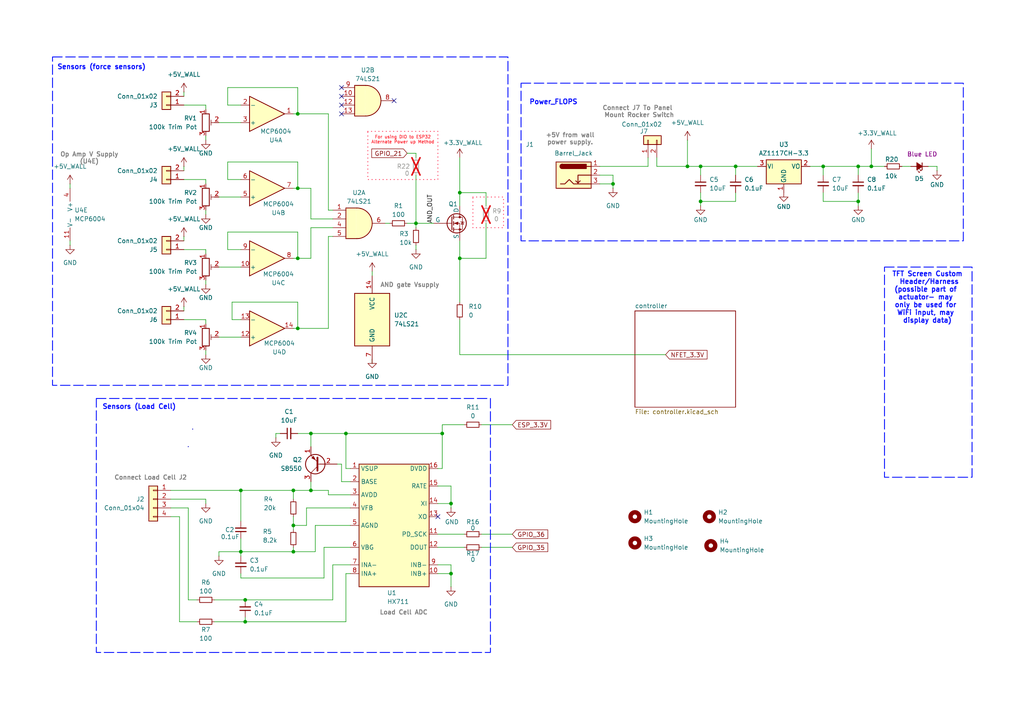
<source format=kicad_sch>
(kicad_sch (version 20231120) (generator "eeschema") (generator_version "8.0")
  (paper "A4")
  (title_block (title "FLOPS") (date "2024-11-18") (rev "REV5") (company "Team 09"))
  (lib_symbols
    (symbol "74xx:74LS21" (pin_names (offset 1.016))
      (property "Reference" "U" (at 0 1.27 0))
      (property "Value" "74LS21" (at 0 -1.27 0))
      (symbol "74LS21_1_1"
        (pin input line (at -7.62 3.81 0) (length 3.81) (name "~") (number "1"))
        (pin input line (at -7.62 1.27 0) (length 3.81) (name "~") (number "2"))
        (pin input line (at -7.62 -1.27 0) (length 3.81) (name "~") (number "4"))
        (pin input line (at -7.62 -3.81 0) (length 3.81) (name "~") (number "5"))
        (pin output line (at 7.62 0 180) (length 3.81) (name "~") (number "6"))
      )
      (symbol "74LS21_1_2"
        (pin input inverted (at -7.62 3.81 0) (length 3.81) (name "~") (number "1"))
        (pin input inverted (at -7.62 1.27 0) (length 4.826) (name "~") (number "2"))
        (pin input inverted (at -7.62 -1.27 0) (length 4.826) (name "~") (number "4"))
        (pin input inverted (at -7.62 -3.81 0) (length 3.81) (name "~") (number "5"))
        (pin output inverted (at 7.62 0 180) (length 3.81) (name "~") (number "6"))
      )
      (symbol "74LS21_2_1"
        (pin input line (at -7.62 1.27 0) (length 3.81) (name "~") (number "10"))
        (pin input line (at -7.62 -1.27 0) (length 3.81) (name "~") (number "12"))
        (pin input line (at -7.62 -3.81 0) (length 3.81) (name "~") (number "13"))
        (pin output line (at 7.62 0 180) (length 3.81) (name "~") (number "8"))
        (pin input line (at -7.62 3.81 0) (length 3.81) (name "~") (number "9"))
      )
      (symbol "74LS21_2_2"
        (pin input inverted (at -7.62 1.27 0) (length 4.826) (name "~") (number "10"))
        (pin input inverted (at -7.62 -1.27 0) (length 4.826) (name "~") (number "12"))
        (pin input inverted (at -7.62 -3.81 0) (length 3.81) (name "~") (number "13"))
        (pin output inverted (at 7.62 0 180) (length 3.81) (name "~") (number "8"))
        (pin input inverted (at -7.62 3.81 0) (length 3.81) (name "~") (number "9"))
      )
      (symbol "74LS21_3_0"
        (pin power_in line (at 0 12.7 270) (length 5.08) (name "VCC") (number "14"))
        (pin power_in line (at 0 -12.7 90) (length 5.08) (name "GND") (number "7"))
      )
    )
    (symbol "Amplifier_Operational:MCP6004" (pin_names (offset 0.127))
      (property "Reference" "U" (at 0 5.08 0))
      (property "Value" "MCP6004" (at 0 -5.08 0))
      (symbol "MCP6004_1_1"
        (pin output line (at 7.62 0 180) (length 2.54) (name "~") (number "1"))
        (pin input line (at -7.62 -2.54 0) (length 2.54) (name "-") (number "2"))
        (pin input line (at -7.62 2.54 0) (length 2.54) (name "+") (number "3"))
      )
      (symbol "MCP6004_2_1"
        (pin input line (at -7.62 2.54 0) (length 2.54) (name "+") (number "5"))
        (pin input line (at -7.62 -2.54 0) (length 2.54) (name "-") (number "6"))
        (pin output line (at 7.62 0 180) (length 2.54) (name "~") (number "7"))
      )
      (symbol "MCP6004_3_1"
        (pin input line (at -7.62 2.54 0) (length 2.54) (name "+") (number "10"))
        (pin output line (at 7.62 0 180) (length 2.54) (name "~") (number "8"))
        (pin input line (at -7.62 -2.54 0) (length 2.54) (name "-") (number "9"))
      )
      (symbol "MCP6004_4_1"
        (pin input line (at -7.62 2.54 0) (length 2.54) (name "+") (number "12"))
        (pin input line (at -7.62 -2.54 0) (length 2.54) (name "-") (number "13"))
        (pin output line (at 7.62 0 180) (length 2.54) (name "~") (number "14"))
      )
      (symbol "MCP6004_5_1"
        (pin power_in line (at -2.54 -7.62 90) (length 3.81) (name "V-") (number "11"))
        (pin power_in line (at -2.54 7.62 270) (length 3.81) (name "V+") (number "4"))
      )
    )
    (symbol "Analog_ADC:HX711"
      (property "Reference" "U1" (at 2.1941 -20.32 0))
      (property "Value" "HX711" (at 2.1941 -22.86 0))
      (symbol "HX711_1_1"
        (pin power_in line (at -12.7 16.51 0) (length 2.54) (name "VSUP") (number "1"))
        (pin input line (at 12.7 -13.97 180) (length 2.54) (name "INB+") (number "10"))
        (pin input line (at 12.7 -2.54 180) (length 2.54) (name "PD_SCK") (number "11"))
        (pin output line (at 12.7 -6.35 180) (length 2.54) (name "DOUT") (number "12"))
        (pin passive line (at 12.7 2.54 180) (length 2.54) (name "XO") (number "13"))
        (pin passive line (at 12.7 6.35 180) (length 2.54) (name "XI") (number "14"))
        (pin input line (at 12.7 11.43 180) (length 2.54) (name "RATE") (number "15"))
        (pin power_in line (at 12.7 16.51 180) (length 2.54) (name "DVDD") (number "16"))
        (pin passive line (at -12.7 12.7 0) (length 2.54) (name "BASE") (number "2"))
        (pin power_in line (at -12.7 8.89 0) (length 2.54) (name "AVDD") (number "3"))
        (pin input line (at -12.7 5.08 0) (length 2.54) (name "VFB") (number "4"))
        (pin power_in line (at -12.7 0 0) (length 2.54) (name "AGND") (number "5"))
        (pin passive line (at -12.7 -6.35 0) (length 2.54) (name "VBG") (number "6"))
        (pin input line (at -12.7 -11.43 0) (length 2.54) (name "INA-") (number "7"))
        (pin input line (at -12.7 -13.97 0) (length 2.54) (name "INA+") (number "8"))
        (pin input line (at 12.7 -11.43 180) (length 2.54) (name "INB-") (number "9"))
      )
    )
    (symbol "Connector:Barrel_Jack_Switch_Pin3Ring" (pin_names hide)
      (property "Reference" "J" (at 0 5.334 0))
      (property "Value" "Barrel_Jack_Switch_Pin3Ring" (at 0 -5.08 0))
      (symbol "Barrel_Jack_Switch_Pin3Ring_1_1"
        (pin passive line (at 7.62 2.54 180) (length 2.54) (name "~") (number "1"))
        (pin passive line (at 7.62 0 180) (length 2.54) (name "~") (number "2"))
        (pin passive line (at 7.62 -2.54 180) (length 2.54) (name "~") (number "3"))
      )
    )
    (symbol "Connector_Generic:Conn_01x02" (pin_names (offset 1.016) hide)
      (property "Reference" "J" (at 0 2.54 0))
      (property "Value" "Conn_01x02" (at 0 -5.08 0))
      (symbol "Conn_01x02_1_1"
        (pin passive line (at -5.08 0 0) (length 3.81) (name "Pin_1") (number "1"))
        (pin passive line (at -5.08 -2.54 0) (length 3.81) (name "Pin_2") (number "2"))
      )
    )
    (symbol "Connector_Generic:Conn_01x04" (pin_names (offset 1.016) hide)
      (property "Reference" "J" (at 0 5.08 0))
      (property "Value" "Conn_01x04" (at 0 -7.62 0))
      (symbol "Conn_01x04_1_1"
        (pin passive line (at -5.08 2.54 0) (length 3.81) (name "Pin_1") (number "1"))
        (pin passive line (at -5.08 0 0) (length 3.81) (name "Pin_2") (number "2"))
        (pin passive line (at -5.08 -2.54 0) (length 3.81) (name "Pin_3") (number "3"))
        (pin passive line (at -5.08 -5.08 0) (length 3.81) (name "Pin_4") (number "4"))
      )
    )
    (symbol "Device:C_Small" (pin_numbers hide) (pin_names (offset 0.254) hide)
      (property "Reference" "C" (at 0.254 1.778 0))
      (property "Value" "C_Small" (at 0.254 -2.032 0))
      (symbol "C_Small_1_1"
        (pin passive line (at 0 2.54 270) (length 2.032) (name "~") (number "1"))
        (pin passive line (at 0 -2.54 90) (length 2.032) (name "~") (number "2"))
      )
    )
    (symbol "Device:LED_Small_Filled" (pin_numbers hide) (pin_names (offset 0.254) hide)
      (property "Reference" "D" (at -1.27 3.175 0))
      (property "Value" "LED_Small_Filled" (at -4.445 -2.54 0))
      (symbol "LED_Small_Filled_1_1"
        (pin passive line (at -2.54 0 0) (length 1.778) (name "K") (number "1"))
        (pin passive line (at 2.54 0 180) (length 1.778) (name "A") (number "2"))
      )
    )
    (symbol "Device:R_Potentiometer_Trim" (pin_names (offset 1.016) hide)
      (property "Reference" "RV" (at -4.445 0 90))
      (property "Value" "R_Potentiometer_Trim" (at -2.54 0 90))
      (symbol "R_Potentiometer_Trim_1_1"
        (pin passive line (at 0 3.81 270) (length 1.27) (name "1") (number "1"))
        (pin passive line (at 3.81 0 180) (length 1.27) (name "2") (number "2"))
        (pin passive line (at 0 -3.81 90) (length 1.27) (name "3") (number "3"))
      )
    )
    (symbol "Device:R_Small" (pin_numbers hide) (pin_names (offset 0.254) hide)
      (property "Reference" "R" (at 0.762 0.508 0))
      (property "Value" "R_Small" (at 0.762 -1.016 0))
      (symbol "R_Small_1_1"
        (pin passive line (at 0 2.54 270) (length 0.762) (name "~") (number "1"))
        (pin passive line (at 0 -2.54 90) (length 0.762) (name "~") (number "2"))
      )
    )
    (symbol "Mechanical:MountingHole" (pin_names (offset 1.016)) (exclude_from_sim yes) (in_bom no)
      (property "Reference" "H" (at 0 5.08 0))
      (property "Value" "MountingHole" (at 0 3.175 0))
    )
    (symbol "Regulator_Linear:AZ1117-3.3" (pin_names (offset 0.254))
      (property "Reference" "U" (at -3.81 3.175 0))
      (property "Value" "AZ1117-3.3" (at 0 3.175 0))
      (symbol "AZ1117-3.3_1_1"
        (pin power_in line (at 0 -7.62 90) (length 2.54) (name "GND") (number "1"))
        (pin power_out line (at 7.62 0 180) (length 2.54) (name "VO") (number "2"))
        (pin power_in line (at -7.62 0 0) (length 2.54) (name "VI") (number "3"))
      )
    )
    (symbol "Simulation_SPICE:NMOS" (pin_numbers hide) (pin_names (offset 0))
      (property "Reference" "Q" (at 5.08 1.27 0))
      (property "Value" "NMOS" (at 5.08 -1.27 0))
      (symbol "NMOS_1_1"
        (pin passive line (at 2.54 5.08 270) (length 2.54) (name "D") (number "1"))
        (pin input line (at -5.08 0 0) (length 2.54) (name "G") (number "2"))
        (pin passive line (at 2.54 -5.08 90) (length 2.54) (name "S") (number "3"))
      )
    )
    (symbol "Transistor_BJT:S8550" (pin_names (offset 0) hide)
      (property "Reference" "Q" (at 5.08 1.905 0))
      (property "Value" "S8550" (at 5.08 0 0))
      (symbol "S8550_1_1"
        (pin passive line (at 2.54 -5.08 90) (length 2.54) (name "E") (number "1"))
        (pin input line (at -5.08 0 0) (length 5.08) (name "B") (number "2"))
        (pin passive line (at 2.54 5.08 270) (length 2.54) (name "C") (number "3"))
      )
    )
    (symbol "power:+3.3V" (power) (pin_numbers hide) (pin_names (offset 0) hide)
      (property "Value" "+3.3V" (at 0 3.556 0))
      (symbol "+3.3V_1_1"
        (pin power_in line (at 0 0 90) (length 0) (name "~") (number "1"))
      )
    )
    (symbol "power:+5V" (power) (pin_numbers hide) (pin_names (offset 0) hide)
      (property "Value" "+5V" (at 0 3.556 0))
      (symbol "+5V_1_1"
        (pin power_in line (at 0 0 90) (length 0) (name "~") (number "1"))
      )
    )
    (symbol "power:GND" (power) (pin_numbers hide) (pin_names (offset 0) hide)
      (property "Value" "GND" (at 0 -3.81 0))
      (symbol "GND_1_1"
        (pin power_in line (at 0 0 270) (length 0) (name "~") (number "1"))
      )
    )
  )
  (junction (at 130.81 166.37))
  (junction (at 213.36 48.26))
  (junction (at 133.35 55.88))
  (junction (at 203.2 48.26))
  (junction (at 128.27 125.73))
  (junction (at 86.36 74.93))
  (junction (at 199.39 48.26))
  (junction (at 90.17 125.73))
  (junction (at 69.85 160.02))
  (junction (at 85.09 142.24))
  (junction (at 69.85 142.24))
  (junction (at 248.92 58.42))
  (junction (at 100.33 125.73))
  (junction (at 203.2 58.42))
  (junction (at 71.12 173.99))
  (junction (at 71.12 180.34))
  (junction (at 85.09 152.4))
  (junction (at 252.73 48.26))
  (junction (at 90.17 142.24))
  (junction (at 130.81 146.05))
  (junction (at 86.36 54.61))
  (junction (at 86.36 33.02))
  (junction (at 238.76 48.26))
  (junction (at 85.09 160.02))
  (junction (at 120.65 64.77))
  (junction (at 177.8 53.34))
  (junction (at 133.35 74.93))
  (junction (at 86.36 95.25))
  (junction (at 248.92 48.26))
  (no_connect (at 127 149.86))
  (no_connect (at 99.06 25.4))
  (no_connect (at 114.3 29.21))
  (no_connect (at 99.06 27.94))
  (no_connect (at 99.06 33.02))
  (no_connect (at 99.06 30.48))
  (wire (pts (xy 62.23 173.99) (xy 71.12 173.99)))
  (wire (pts (xy 128.27 123.19) (xy 128.27 125.73)))
  (wire (pts (xy 85.09 74.93) (xy 86.36 74.93)))
  (wire (pts (xy 248.92 58.42) (xy 248.92 59.69)))
  (wire (pts (xy 177.8 53.34) (xy 177.8 54.61)))
  (wire (pts (xy 93.98 167.64) (xy 69.85 167.64)))
  (wire (pts (xy 49.53 142.24) (xy 69.85 142.24)))
  (wire (pts (xy 69.85 160.02) (xy 85.09 160.02)))
  (wire (pts (xy 63.5 57.15) (xy 69.85 57.15)))
  (wire (pts (xy 86.36 74.93) (xy 90.17 74.93)))
  (wire (pts (xy 69.85 142.24) (xy 69.85 151.13)))
  (wire (pts (xy 190.5 48.26) (xy 190.5 45.72)))
  (wire (pts (xy 234.95 48.26) (xy 238.76 48.26)))
  (wire (pts (xy 85.09 160.02) (xy 85.09 158.75)))
  (wire (pts (xy 53.34 92.71) (xy 59.69 92.71)))
  (wire (pts (xy 80.01 125.73) (xy 80.01 127)))
  (wire (pts (xy 69.85 156.21) (xy 69.85 160.02)))
  (wire (pts (xy 49.53 144.78) (xy 59.69 144.78)))
  (wire (pts (xy 63.5 160.02) (xy 69.85 160.02)))
  (wire (pts (xy 101.6 147.32) (xy 88.9 147.32)))
  (wire (pts (xy 252.73 48.26) (xy 256.54 48.26)))
  (wire (pts (xy 59.69 30.48) (xy 59.69 31.75)))
  (wire (pts (xy 140.97 59.69) (xy 140.97 55.88)))
  (wire (pts (xy 90.17 125.73) (xy 100.33 125.73)))
  (wire (pts (xy 133.35 102.87) (xy 193.04 102.87)))
  (wire (pts (xy 190.5 48.26) (xy 199.39 48.26)))
  (wire (pts (xy 95.25 68.58) (xy 96.52 68.58)))
  (wire (pts (xy 59.69 144.78) (xy 59.69 146.05)))
  (wire (pts (xy 53.34 68.58) (xy 53.34 69.85)))
  (wire (pts (xy 238.76 48.26) (xy 238.76 50.8)))
  (wire (pts (xy 67.31 92.71) (xy 69.85 92.71)))
  (wire (pts (xy 59.69 72.39) (xy 59.69 73.66)))
  (wire (pts (xy 173.99 48.26) (xy 187.96 48.26)))
  (wire (pts (xy 213.36 48.26) (xy 213.36 50.8)))
  (wire (pts (xy 213.36 48.26) (xy 219.71 48.26)))
  (wire (pts (xy 66.04 72.39) (xy 69.85 72.39)))
  (wire (pts (xy 127 163.83) (xy 130.81 163.83)))
  (wire (pts (xy 59.69 39.37) (xy 59.69 40.64)))
  (wire (pts (xy 261.62 48.26) (xy 264.16 48.26)))
  (wire (pts (xy 81.28 125.73) (xy 80.01 125.73)))
  (wire (pts (xy 20.32 53.34) (xy 20.32 54.61)))
  (wire (pts (xy 53.34 48.26) (xy 53.34 49.53)))
  (wire (pts (xy 63.5 35.56) (xy 69.85 35.56)))
  (wire (pts (xy 271.78 48.26) (xy 271.78 49.53)))
  (wire (pts (xy 118.11 64.77) (xy 120.65 64.77)))
  (wire (pts (xy 53.34 88.9) (xy 53.34 90.17)))
  (wire (pts (xy 120.65 44.45) (xy 120.65 45.72)))
  (wire (pts (xy 95.25 33.02) (xy 95.25 60.96)))
  (wire (pts (xy 85.09 152.4) (xy 85.09 153.67)))
  (wire (pts (xy 66.04 67.31) (xy 86.36 67.31)))
  (wire (pts (xy 52.07 149.86) (xy 52.07 180.34)))
  (wire (pts (xy 203.2 55.88) (xy 203.2 58.42)))
  (wire (pts (xy 67.31 87.63) (xy 67.31 92.71)))
  (wire (pts (xy 101.6 166.37) (xy 100.33 166.37)))
  (wire (pts (xy 90.17 125.73) (xy 90.17 129.54)))
  (wire (pts (xy 248.92 55.88) (xy 248.92 58.42)))
  (wire (pts (xy 140.97 64.77) (xy 140.97 74.93)))
  (wire (pts (xy 86.36 67.31) (xy 86.36 74.93)))
  (wire (pts (xy 86.36 46.99) (xy 86.36 54.61)))
  (wire (pts (xy 59.69 101.6) (xy 59.69 102.87)))
  (wire (pts (xy 85.09 33.02) (xy 86.36 33.02)))
  (wire (pts (xy 120.65 64.77) (xy 120.65 66.04)))
  (wire (pts (xy 85.09 149.86) (xy 85.09 152.4)))
  (wire (pts (xy 139.7 154.94) (xy 148.59 154.94)))
  (wire (pts (xy 203.2 58.42) (xy 213.36 58.42)))
  (wire (pts (xy 100.33 166.37) (xy 100.33 180.34)))
  (wire (pts (xy 20.32 69.85) (xy 20.32 71.12)))
  (wire (pts (xy 69.85 142.24) (xy 85.09 142.24)))
  (wire (pts (xy 63.5 161.29) (xy 63.5 160.02)))
  (wire (pts (xy 248.92 48.26) (xy 248.92 50.8)))
  (wire (pts (xy 133.35 45.72) (xy 133.35 55.88)))
  (wire (pts (xy 71.12 173.99) (xy 96.52 173.99)))
  (wire (pts (xy 133.35 74.93) (xy 133.35 87.63)))
  (wire (pts (xy 101.6 135.89) (xy 100.33 135.89)))
  (wire (pts (xy 95.25 95.25) (xy 95.25 68.58)))
  (wire (pts (xy 49.53 147.32) (xy 54.61 147.32)))
  (wire (pts (xy 53.34 72.39) (xy 59.69 72.39)))
  (wire (pts (xy 139.7 158.75) (xy 148.59 158.75)))
  (wire (pts (xy 118.11 44.45) (xy 120.65 44.45)))
  (wire (pts (xy 53.34 52.07) (xy 59.69 52.07)))
  (wire (pts (xy 86.36 54.61) (xy 90.17 54.61)))
  (wire (pts (xy 88.9 147.32) (xy 88.9 152.4)))
  (wire (pts (xy 85.09 160.02) (xy 91.44 160.02)))
  (wire (pts (xy 127 140.97) (xy 130.81 140.97)))
  (wire (pts (xy 130.81 146.05) (xy 130.81 147.32)))
  (wire (pts (xy 90.17 142.24) (xy 90.17 139.7)))
  (wire (pts (xy 59.69 81.28) (xy 59.69 82.55)))
  (wire (pts (xy 213.36 58.42) (xy 213.36 55.88)))
  (wire (pts (xy 85.09 142.24) (xy 90.17 142.24)))
  (wire (pts (xy 86.36 125.73) (xy 90.17 125.73)))
  (wire (pts (xy 91.44 152.4) (xy 91.44 160.02)))
  (wire (pts (xy 100.33 125.73) (xy 100.33 135.89)))
  (wire (pts (xy 49.53 149.86) (xy 52.07 149.86)))
  (wire (pts (xy 101.6 143.51) (xy 95.25 143.51)))
  (wire (pts (xy 134.62 123.19) (xy 128.27 123.19)))
  (wire (pts (xy 199.39 48.26) (xy 203.2 48.26)))
  (wire (pts (xy 199.39 40.64) (xy 199.39 48.26)))
  (wire (pts (xy 120.65 50.8) (xy 120.65 64.77)))
  (wire (pts (xy 203.2 48.26) (xy 203.2 50.8)))
  (wire (pts (xy 53.34 26.67) (xy 53.34 27.94)))
  (wire (pts (xy 86.36 25.4) (xy 86.36 33.02)))
  (wire (pts (xy 66.04 52.07) (xy 69.85 52.07)))
  (wire (pts (xy 148.59 123.19) (xy 139.7 123.19)))
  (wire (pts (xy 140.97 55.88) (xy 133.35 55.88)))
  (wire (pts (xy 107.95 105.41) (xy 107.95 104.14)))
  (wire (pts (xy 59.69 92.71) (xy 59.69 93.98)))
  (wire (pts (xy 173.99 50.8) (xy 177.8 50.8)))
  (wire (pts (xy 248.92 48.26) (xy 252.73 48.26)))
  (wire (pts (xy 203.2 58.42) (xy 203.2 59.69)))
  (wire (pts (xy 127 166.37) (xy 130.81 166.37)))
  (wire (pts (xy 66.04 46.99) (xy 66.04 52.07)))
  (wire (pts (xy 88.9 152.4) (xy 85.09 152.4)))
  (wire (pts (xy 96.52 163.83) (xy 96.52 173.99)))
  (wire (pts (xy 52.07 180.34) (xy 57.15 180.34)))
  (wire (pts (xy 99.06 134.62) (xy 97.79 134.62)))
  (wire (pts (xy 62.23 180.34) (xy 71.12 180.34)))
  (wire (pts (xy 95.25 60.96) (xy 96.52 60.96)))
  (wire (pts (xy 90.17 63.5) (xy 96.52 63.5)))
  (wire (pts (xy 127 154.94) (xy 134.62 154.94)))
  (wire (pts (xy 120.65 64.77) (xy 125.73 64.77)))
  (wire (pts (xy 177.8 50.8) (xy 177.8 53.34)))
  (wire (pts (xy 71.12 180.34) (xy 100.33 180.34)))
  (wire (pts (xy 63.5 97.79) (xy 69.85 97.79)))
  (wire (pts (xy 140.97 74.93) (xy 133.35 74.93)))
  (wire (pts (xy 101.6 152.4) (xy 91.44 152.4)))
  (wire (pts (xy 99.06 134.62) (xy 99.06 139.7)))
  (wire (pts (xy 66.04 25.4) (xy 66.04 30.48)))
  (wire (pts (xy 90.17 54.61) (xy 90.17 63.5)))
  (wire (pts (xy 99.06 139.7) (xy 101.6 139.7)))
  (wire (pts (xy 59.69 60.96) (xy 59.69 62.23)))
  (wire (pts (xy 63.5 77.47) (xy 69.85 77.47)))
  (wire (pts (xy 203.2 48.26) (xy 213.36 48.26)))
  (wire (pts (xy 54.61 147.32) (xy 54.61 173.99)))
  (wire (pts (xy 133.35 55.88) (xy 133.35 59.69)))
  (wire (pts (xy 130.81 163.83) (xy 130.81 166.37)))
  (wire (pts (xy 130.81 140.97) (xy 130.81 146.05)))
  (wire (pts (xy 66.04 46.99) (xy 86.36 46.99)))
  (wire (pts (xy 85.09 54.61) (xy 86.36 54.61)))
  (wire (pts (xy 90.17 66.04) (xy 96.52 66.04)))
  (wire (pts (xy 85.09 95.25) (xy 86.36 95.25)))
  (wire (pts (xy 67.31 87.63) (xy 86.36 87.63)))
  (wire (pts (xy 120.65 71.12) (xy 120.65 72.39)))
  (wire (pts (xy 90.17 74.93) (xy 90.17 66.04)))
  (wire (pts (xy 133.35 69.85) (xy 133.35 74.93)))
  (wire (pts (xy 127 158.75) (xy 134.62 158.75)))
  (wire (pts (xy 53.34 30.48) (xy 59.69 30.48)))
  (wire (pts (xy 86.36 95.25) (xy 95.25 95.25)))
  (wire (pts (xy 100.33 125.73) (xy 128.27 125.73)))
  (wire (pts (xy 59.69 52.07) (xy 59.69 53.34)))
  (wire (pts (xy 95.25 142.24) (xy 90.17 142.24)))
  (wire (pts (xy 69.85 167.64) (xy 69.85 166.37)))
  (wire (pts (xy 238.76 55.88) (xy 238.76 58.42)))
  (wire (pts (xy 86.36 33.02) (xy 95.25 33.02)))
  (wire (pts (xy 54.61 173.99) (xy 57.15 173.99)))
  (wire (pts (xy 93.98 158.75) (xy 93.98 167.64)))
  (wire (pts (xy 269.24 48.26) (xy 271.78 48.26)))
  (wire (pts (xy 85.09 142.24) (xy 85.09 144.78)))
  (wire (pts (xy 101.6 163.83) (xy 96.52 163.83)))
  (wire (pts (xy 86.36 87.63) (xy 86.36 95.25)))
  (wire (pts (xy 173.99 53.34) (xy 177.8 53.34)))
  (wire (pts (xy 133.35 92.71) (xy 133.35 102.87)))
  (wire (pts (xy 238.76 48.26) (xy 248.92 48.26)))
  (wire (pts (xy 130.81 166.37) (xy 130.81 170.18)))
  (wire (pts (xy 113.03 64.77) (xy 111.76 64.77)))
  (wire (pts (xy 71.12 180.34) (xy 71.12 179.07)))
  (wire (pts (xy 95.25 143.51) (xy 95.25 142.24)))
  (wire (pts (xy 66.04 25.4) (xy 86.36 25.4)))
  (wire (pts (xy 127 146.05) (xy 130.81 146.05)))
  (wire (pts (xy 101.6 158.75) (xy 93.98 158.75)))
  (wire (pts (xy 238.76 58.42) (xy 248.92 58.42)))
  (wire (pts (xy 187.96 48.26) (xy 187.96 45.72)))
  (wire (pts (xy 128.27 135.89) (xy 128.27 125.73)))
  (wire (pts (xy 252.73 43.18) (xy 252.73 48.26)))
  (wire (pts (xy 66.04 30.48) (xy 69.85 30.48)))
  (wire (pts (xy 66.04 67.31) (xy 66.04 72.39)))
  (wire (pts (xy 127 135.89) (xy 128.27 135.89)))
  (wire (pts (xy 69.85 160.02) (xy 69.85 161.29)))
  (wire (pts (xy 107.95 78.74) (xy 107.95 80.01)))
  (rectangle (start 15.24 16.51) (end 147.32 111.76) (stroke (width 0.254) (type dash) (color 0 11 255 1)))
  (rectangle (start 151.13 24.13) (end 279.4 69.85) (stroke (width 0.254) (type dash) (color 0 11 255 1)))
  (circle (center 54.61 129.54) (radius 0.0001))
  (rectangle (start 256.54 77.47) (end 281.94 138.43) (stroke (width 0.254) (type dash) (color 0 11 255 1)))
  (rectangle (start 106.68 38.1) (end 127 52.07) (stroke (width 0.254) (type dot) (color 255 32 71 1)))
  (rectangle (start 27.94 115.57) (end 142.24 189.23) (stroke (width 0.254) (type dash) (color 0 11 255 1)))
  (rectangle (start 137.16 57.15) (end 146.05 66.04) (stroke (width 0.254) (type dot) (color 255 32 71 1)))
  (circle (center 55.88 124.46) (radius 0.0001))
  (text "Connect J7 To Panel\n Mount Rocker Switch" (at 184.912 32.512 0) (effects (font (size 1.27 1.27) (thickness 0.254) (bold yes))))
  (text "Power_FLOPS" (at 160.528 29.718 0) (effects (font (size 1.397 1.397) (thickness 0.2794) (bold yes))))
  (text "+5V from wall \npower supply. " (at 165.862 40.386 0) (effects (font (size 1.27 1.27) (thickness 0.254) (bold yes))))
  (text "Op Amp V Supply\n(U4E)\n" (at 25.908 45.974 0) (effects (font (size 1.27 1.27) (thickness 0.254) (bold yes))))
  (text "Sensors (Load Cell)" (at 40.386 118.11 0) (effects (font (size 1.397 1.397) (thickness 0.2794) (bold yes))))
  (text "Load Cell ADC" (at 117.094 177.8 0) (effects (font (size 1.27 1.27) (thickness 0.254) (bold yes))))
  (text "For using DIO to ESP32\nAlternate Power up Method\n" (at 116.84 40.64 0) (effects (font (size 0.889 0.889))))
  (text "Sensors (force sensors)" (at 29.464 19.558 0) (effects (font (size 1.397 1.397) (thickness 0.2794) (bold yes))))
  (text "Connect Load Cell J2\n" (at 43.688 138.684 0) (effects (font (size 1.27 1.27) (thickness 0.254) (bold yes))))
  (text "TFT Screen Custom\n Header/Harness\n(possible part of \nactuator- may \nonly be used for \nWiFi input, may \ndisplay data)" (at 268.986 86.36 0) (effects (font (size 1.397 1.397) (thickness 0.2794) (bold yes))))
  (text "AND gate Vsupply\n" (at 118.872 82.804 0) (effects (font (size 1.27 1.27) (thickness 0.254) (bold yes))))
  (label "AND_OUT" (at 125.73 64.77 90))
  (global_label "GPIO_21" (shape input) (at 118.11 44.45 180) (property "Intersheetrefs" "${INTERSHEET_REFS}" (effects (hide yes))))
  (global_label "NFET_3.3V" (shape input) (at 193.04 102.87 0) (property "Intersheetrefs" "${INTERSHEET_REFS}" (effects (hide yes))))
  (global_label "GPIO_35" (shape input) (at 148.59 158.75 0) (property "Intersheetrefs" "${INTERSHEET_REFS}" (effects (hide yes))))
  (global_label "GPIO_36" (shape input) (at 148.59 154.94 0) (property "Intersheetrefs" "${INTERSHEET_REFS}" (effects (hide yes))))
  (global_label "ESP_3.3V" (shape input) (at 148.59 123.19 0) (property "Intersheetrefs" "${INTERSHEET_REFS}" (effects (hide yes))))
  (symbol (lib_id "Device:R_Small") (at 120.65 48.26 180) (unit 1) (dnp yes)
    (property "Reference" "R22" (at 115.062 48.26 0) (effects (justify right)))
    (property "Value" "0" (at 117.348 50.292 0) (effects (justify right)))
    (property "Footprint" "Resistor_SMD:R_0603_1608Metric_Pad0.98x0.95mm_HandSolder" (effects (hide yes)))
    (property "Description" "Resistor, small symbol" (effects (hide yes)))
  )
  (symbol (lib_id "74xx:74LS21") (at 104.14 64.77 0) (unit 1)
    (property "Reference" "U2" (at 104.1303 55.88 0))
    (property "Value" "74LS21" (at 104.1303 58.42 0))
    (property "Footprint" "Package_SO:SOIC-14_3.9x8.7mm_P1.27mm" (effects (hide yes)))
    (property "Datasheet" "http://www.ti.com/lit/gpn/sn74LS21" (effects (hide yes)))
    (property "Description" "Dual 4-input AND" (effects (hide yes)))
  )
  (symbol (lib_id "Amplifier_Operational:MCP6004") (at 77.47 54.61 0) (mirror x) (unit 2)
    (property "Reference" "U4" (at 80.772 61.722 0))
    (property "Value" "MCP6004" (at 80.772 59.182 0))
    (property "Footprint" "Package_SO:SOIC-14_3.9x8.7mm_P1.27mm" (effects (hide yes)))
    (property "Datasheet" "http://ww1.microchip.com/downloads/en/DeviceDoc/21733j.pdf" (effects (hide yes)))
    (property "Description" "1MHz, Low-Power Op Amp, DIP-14/SOIC-14/TSSOP-14" (effects (hide yes)))
  )
  (symbol (lib_id "74xx:74LS21") (at 107.95 92.71 0) (unit 3)
    (property "Reference" "U2" (at 114.3 91.4399 0) (effects (justify left)))
    (property "Value" "74LS21" (at 114.3 93.9799 0) (effects (justify left)))
    (property "Footprint" "Package_SO:SOIC-14_3.9x8.7mm_P1.27mm" (effects (hide yes)))
    (property "Datasheet" "http://www.ti.com/lit/gpn/sn74LS21" (effects (hide yes)))
    (property "Description" "Dual 4-input AND" (effects (hide yes)))
  )
  (symbol (lib_id "Device:R_Small") (at 137.16 158.75 270) (unit 1)
    (property "Reference" "R17" (at 137.16 160.528 90))
    (property "Value" "0" (at 137.16 162.306 90))
    (property "Footprint" "Resistor_SMD:R_0603_1608Metric_Pad0.98x0.95mm_HandSolder" (effects (hide yes)))
    (property "Description" "Resistor, small symbol" (effects (hide yes)))
  )
  (symbol (lib_id "Device:R_Potentiometer_Trim") (at 59.69 77.47 0) (unit 1)
    (property "Reference" "RV3" (at 57.15 76.1999 0) (effects (justify right)))
    (property "Value" "100k Trim Pot" (at 57.15 78.7399 0) (effects (justify right)))
    (property "Footprint" "Potentiometer_SMD:Potentiometer_Bourns_TC33X_Vertical" (effects (hide yes)))
    (property "Description" "Trim-potentiometer" (effects (hide yes)))
  )
  (symbol (lib_id "power:GND") (at 227.33 55.88 0) (unit 1)
    (property "Reference" "#PWR02" (effects (hide yes)))
    (property "Value" "GND" (at 227.33 59.944 0))
    (property "Description" "Power symbol creates a global label with name \"GND\" , ground" (effects (hide yes)))
  )
  (symbol (lib_id "Device:R_Small") (at 85.09 147.32 180) (unit 1)
    (property "Reference" "R4" (at 76.454 144.78 0) (effects (justify right)))
    (property "Value" "20k" (at 76.454 147.32 0) (effects (justify right)))
    (property "Footprint" "Resistor_SMD:R_0603_1608Metric_Pad0.98x0.95mm_HandSolder" (effects (hide yes)))
    (property "Description" "Resistor, small symbol" (effects (hide yes)))
  )
  (symbol (lib_id "power:+3.3V") (at 107.95 78.74 0) (unit 1)
    (property "Reference" "#PWR026" (effects (hide yes)))
    (property "Value" "+5V_WALL" (at 107.95 73.66 0))
    (property "Description" "Power symbol creates a global label with name \"+3.3V\"" (effects (hide yes)))
  )
  (symbol (lib_id "power:GND") (at 130.81 147.32 0) (unit 1)
    (property "Reference" "#PWR015" (effects (hide yes)))
    (property "Value" "GND" (at 131.064 151.384 0))
    (property "Description" "Power symbol creates a global label with name \"GND\" , ground" (effects (hide yes)))
  )
  (symbol (lib_id "Amplifier_Operational:MCP6004") (at 77.47 74.93 0) (mirror x) (unit 3)
    (property "Reference" "U4" (at 80.772 82.042 0))
    (property "Value" "MCP6004" (at 80.772 79.502 0))
    (property "Footprint" "Package_SO:SOIC-14_3.9x8.7mm_P1.27mm" (effects (hide yes)))
    (property "Datasheet" "http://ww1.microchip.com/downloads/en/DeviceDoc/21733j.pdf" (effects (hide yes)))
    (property "Description" "1MHz, Low-Power Op Amp, DIP-14/SOIC-14/TSSOP-14" (effects (hide yes)))
  )
  (symbol (lib_id "Device:C_Small") (at 248.92 53.34 0) (unit 1)
    (property "Reference" "C8" (at 251.46 52.0762 0) (effects (justify left)))
    (property "Value" "0.1uF" (at 251.46 54.6162 0) (effects (justify left)))
    (property "Footprint" "Capacitor_SMD:C_0603_1608Metric_Pad1.08x0.95mm_HandSolder" (effects (hide yes)))
    (property "Description" "Unpolarized capacitor, small symbol" (effects (hide yes)))
  )
  (symbol (lib_id "power:GND") (at 59.69 40.64 0) (unit 1)
    (property "Reference" "#PWR025" (effects (hide yes)))
    (property "Value" "GND" (at 59.69 44.45 0))
    (property "Description" "Power symbol creates a global label with name \"GND\" , ground" (effects (hide yes)))
  )
  (symbol (lib_id "Device:C_Small") (at 69.85 163.83 180) (unit 1)
    (property "Reference" "C3" (at 72.39 162.5535 0) (effects (justify right)))
    (property "Value" "0.1uF" (at 72.39 165.0935 0) (effects (justify right)))
    (property "Footprint" "Capacitor_SMD:C_0603_1608Metric_Pad1.08x0.95mm_HandSolder" (effects (hide yes)))
    (property "Description" "Unpolarized capacitor, small symbol" (effects (hide yes)))
  )
  (symbol (lib_id "power:+5V") (at 20.32 53.34 0) (unit 1)
    (property "Reference" "#PWR05" (effects (hide yes)))
    (property "Value" "+5V_WALL" (at 20.32 48.26 0))
    (property "Description" "Power symbol creates a global label with name \"+5V\"" (effects (hide yes)))
  )
  (symbol (lib_id "Device:R_Small") (at 59.69 180.34 270) (unit 1)
    (property "Reference" "R7" (at 59.69 182.626 90))
    (property "Value" "100" (at 59.69 185.166 90))
    (property "Footprint" "Resistor_SMD:R_0603_1608Metric_Pad0.98x0.95mm_HandSolder" (effects (hide yes)))
    (property "Description" "Resistor, small symbol" (effects (hide yes)))
  )
  (symbol (lib_id "power:GND") (at 271.78 49.53 0) (unit 1)
    (property "Reference" "#PWR044" (effects (hide yes)))
    (property "Value" "GND" (at 271.78 53.594 0))
    (property "Description" "Power symbol creates a global label with name \"GND\" , ground" (effects (hide yes)))
  )
  (symbol (lib_id "power:+3.3V") (at 252.73 43.18 0) (unit 1)
    (property "Reference" "#PWR07" (effects (hide yes)))
    (property "Value" "+3.3V_WALL" (at 248.666 38.608 0) (effects (justify left)))
    (property "Description" "Power symbol creates a global label with name \"+3.3V\"" (effects (hide yes)))
  )
  (symbol (lib_id "power:GND") (at 59.69 82.55 0) (unit 1)
    (property "Reference" "#PWR020" (effects (hide yes)))
    (property "Value" "GND" (at 59.69 86.36 0))
    (property "Description" "Power symbol creates a global label with name \"GND\" , ground" (effects (hide yes)))
  )
  (symbol (lib_id "power:+3.3V") (at 53.34 88.9 0) (unit 1)
    (property "Reference" "#PWR021" (effects (hide yes)))
    (property "Value" "+5V_WALL" (at 53.34 83.82 0))
    (property "Description" "Power symbol creates a global label with name \"+3.3V\"" (effects (hide yes)))
  )
  (symbol (lib_id "Connector_Generic:Conn_01x02") (at 187.96 40.64 90) (unit 1)
    (property "Reference" "J7" (at 187.9599 38.1 90) (effects (justify left)))
    (property "Value" "Conn_01x02" (at 192.024 36.068 90) (effects (justify left)))
    (property "Footprint" "Connector_JST:JST_XA_S02B-XASK-1N-BN_1x02_P2.50mm_Horizontal" (effects (hide yes)))
    (property "Description" "Generic connector, single row, 01x02, script generated (kicad-library-utils/schlib/autogen/connector/)" (effects (hide yes)))
  )
  (symbol (lib_id "Transistor_BJT:S8550") (at 92.71 134.62 180) (unit 1)
    (property "Reference" "Q2" (at 87.63 133.3499 0) (effects (justify left)))
    (property "Value" "S8550" (at 87.63 135.8899 0) (effects (justify left)))
    (property "Footprint" "Package_TO_SOT_SMD:SOT-23-3" (effects (hide yes)))
    (property "Datasheet" "http://www.unisonic.com.tw/datasheet/S8550.pdf" (effects (hide yes)))
    (property "Description" "0.7A Ic, 20V Vce, Low Voltage High Current PNP Transistor, TO-92" (effects (hide yes)))
  )
  (symbol (lib_id "Device:C_Small") (at 203.2 53.34 0) (unit 1)
    (property "Reference" "C5" (at 205.74 52.0762 0) (effects (justify left)))
    (property "Value" "10uF" (at 205.74 54.6162 0) (effects (justify left)))
    (property "Footprint" "Capacitor_SMD:C_0603_1608Metric_Pad1.08x0.95mm_HandSolder" (effects (hide yes)))
    (property "Description" "Unpolarized capacitor, small symbol" (effects (hide yes)))
  )
  (symbol (lib_id "Device:C_Small") (at 238.76 53.34 0) (unit 1)
    (property "Reference" "C7" (at 241.3 52.0762 0) (effects (justify left)))
    (property "Value" "10uF" (at 241.3 54.6162 0) (effects (justify left)))
    (property "Footprint" "Capacitor_SMD:C_0603_1608Metric_Pad1.08x0.95mm_HandSolder" (effects (hide yes)))
    (property "Description" "Unpolarized capacitor, small symbol" (effects (hide yes)))
  )
  (symbol (lib_id "power:+3.3V") (at 53.34 68.58 0) (unit 1)
    (property "Reference" "#PWR019" (effects (hide yes)))
    (property "Value" "+5V_WALL" (at 53.34 63.5 0))
    (property "Description" "Power symbol creates a global label with name \"+3.3V\"" (effects (hide yes)))
  )
  (symbol (lib_id "Mechanical:MountingHole") (at 206.1721 158.2494 0) (unit 1) (exclude_from_sim yes) (in_bom no)
    (property "Reference" "H4" (at 208.7121 156.9793 0) (effects (justify left)))
    (property "Value" "MountingHole" (at 208.7121 159.5193 0) (effects (justify left)))
    (property "Footprint" "MountingHole:MountingHole_3.2mm_M3_Pad" (effects (hide yes)))
    (property "Description" "Mounting Hole without connection" (effects (hide yes)))
  )
  (symbol (lib_id "power:+5V") (at 199.39 40.64 0) (unit 1)
    (property "Reference" "#PWR01" (effects (hide yes)))
    (property "Value" "+5V_WALL" (at 199.39 35.56 0))
    (property "Description" "Power symbol creates a global label with name \"+5V\"" (effects (hide yes)))
  )
  (symbol (lib_id "power:GND") (at 130.81 170.18 0) (unit 1)
    (property "Reference" "#PWR014" (effects (hide yes)))
    (property "Value" "GND" (at 130.81 175.26 0))
    (property "Description" "Power symbol creates a global label with name \"GND\" , ground" (effects (hide yes)))
  )
  (symbol (lib_id "Analog_ADC:HX711") (at 114.3 152.4 0) (unit 1)
    (property "Reference" "U1" (at 112.268 171.958 0) (effects (justify left)))
    (property "Value" "HX711" (at 112.268 174.498 0) (effects (justify left)))
    (property "Footprint" "Package_SO:SOP-16_3.9x9.9mm_P1.27mm" (effects (hide yes)))
    (property "Datasheet" "https://web.archive.org/web/20220615044707/https://akizukidenshi.com/download/ds/avia/hx711.pdf" (effects (hide yes)))
    (property "Description" "24-Bit Analog-to-Digital Converter (ADC) for Weight Scales" (effects (hide yes)))
  )
  (symbol (lib_id "power:+3.3V") (at 53.34 26.67 0) (unit 1)
    (property "Reference" "#PWR018" (effects (hide yes)))
    (property "Value" "+5V_WALL" (at 53.34 21.59 0))
    (property "Description" "Power symbol creates a global label with name \"+3.3V\"" (effects (hide yes)))
  )
  (symbol (lib_id "power:GND") (at 59.69 146.05 0) (unit 1)
    (property "Reference" "#PWR012" (effects (hide yes)))
    (property "Value" "GND" (at 59.69 151.13 0))
    (property "Description" "Power symbol creates a global label with name \"GND\" , ground" (effects (hide yes)))
  )
  (symbol (lib_id "Device:LED_Small_Filled") (at 266.7 48.26 180) (unit 1)
    (property "Reference" "D5" (at 267.97 51.816 0) (effects (justify left)))
    (property "Value" "150060BS75000" (effects (hide yes)))
    (property "Footprint" "LED_SMD:LED_0603_1608Metric" (effects (hide yes)))
    (property "Description" "Blue LED" (at 267.462 44.704 0))
  )
  (symbol (lib_id "Device:R_Potentiometer_Trim") (at 59.69 35.56 0) (unit 1)
    (property "Reference" "RV1" (at 57.15 34.2899 0) (effects (justify right)))
    (property "Value" "100k Trim Pot" (at 57.15 36.8299 0) (effects (justify right)))
    (property "Footprint" "Potentiometer_SMD:Potentiometer_Bourns_TC33X_Vertical" (effects (hide yes)))
    (property "Description" "Trim-potentiometer" (effects (hide yes)))
  )
  (symbol (lib_id "Amplifier_Operational:MCP6004") (at 22.86 62.23 0) (unit 5)
    (property "Reference" "U4" (at 21.59 60.9599 0) (effects (justify left)))
    (property "Value" "MCP6004" (at 21.59 63.4999 0) (effects (justify left)))
    (property "Footprint" "Package_SO:SOIC-14_3.9x8.7mm_P1.27mm" (effects (hide yes)))
    (property "Datasheet" "http://ww1.microchip.com/downloads/en/DeviceDoc/21733j.pdf" (effects (hide yes)))
    (property "Description" "1MHz, Low-Power Op Amp, DIP-14/SOIC-14/TSSOP-14" (effects (hide yes)))
  )
  (symbol (lib_id "power:GND") (at 120.65 72.39 0) (unit 1)
    (property "Reference" "#PWR028" (effects (hide yes)))
    (property "Value" "GND" (at 120.65 77.47 0))
    (property "Description" "Power symbol creates a global label with name \"GND\" , ground" (effects (hide yes)))
  )
  (symbol (lib_id "Device:R_Small") (at 59.69 173.99 270) (unit 1)
    (property "Reference" "R6" (at 59.69 168.91 90))
    (property "Value" "100" (at 59.69 171.45 90))
    (property "Footprint" "Resistor_SMD:R_0603_1608Metric_Pad0.98x0.95mm_HandSolder" (effects (hide yes)))
    (property "Description" "Resistor, small symbol" (effects (hide yes)))
  )
  (symbol (lib_id "Device:R_Potentiometer_Trim") (at 59.69 97.79 0) (unit 1)
    (property "Reference" "RV4" (at 57.15 96.5199 0) (effects (justify right)))
    (property "Value" "100k Trim Pot" (at 57.15 99.0599 0) (effects (justify right)))
    (property "Footprint" "Potentiometer_SMD:Potentiometer_Bourns_TC33X_Vertical" (effects (hide yes)))
    (property "Description" "Trim-potentiometer" (effects (hide yes)))
  )
  (symbol (lib_id "power:+3.3V") (at 133.35 45.72 0) (unit 1)
    (property "Reference" "#PWR08" (effects (hide yes)))
    (property "Value" "+3.3V_WALL" (at 128.524 41.402 0) (effects (justify left)))
    (property "Description" "Power symbol creates a global label with name \"+3.3V\"" (effects (hide yes)))
  )
  (symbol (lib_id "Mechanical:MountingHole") (at 184.15 157.48 0) (unit 1) (exclude_from_sim yes) (in_bom no)
    (property "Reference" "H3" (at 186.69 156.2099 0) (effects (justify left)))
    (property "Value" "MountingHole" (at 186.69 158.7499 0) (effects (justify left)))
    (property "Footprint" "MountingHole:MountingHole_3.2mm_M3_Pad" (effects (hide yes)))
    (property "Description" "Mounting Hole without connection" (effects (hide yes)))
  )
  (symbol (lib_id "Simulation_SPICE:NMOS") (at 130.81 64.77 0) (unit 1)
    (property "Reference" "Q1" (at 130.048 59.182 0) (effects (justify left)))
    (property "Value" "BSS816NWH6327XTSA1" (effects (hide yes)))
    (property "Footprint" "Package_TO_SOT_SMD:SOT-323_SC-70" (effects (hide yes)))
    (property "Datasheet" "https://ngspice.sourceforge.io/docs/ngspice-html-manual/manual.xhtml#cha_MOSFETs" (effects (hide yes)))
    (property "Description" "N-MOS" (effects (hide yes)))
    (property "Sim.Device" "NMOS" (effects (hide yes)))
    (property "Sim.Type" "VDMOS" (effects (hide yes)))
    (property "Sim.Pins" "1=D 2=G 3=S" (effects (hide yes)))
  )
  (symbol (lib_id "Device:R_Small") (at 140.97 62.23 180) (unit 1) (dnp yes)
    (property "Reference" "R9" (at 142.748 61.214 0) (effects (justify right)))
    (property "Value" "0" (at 143.256 63.5 0) (effects (justify right)))
    (property "Footprint" "Resistor_SMD:R_0603_1608Metric_Pad0.98x0.95mm_HandSolder" (effects (hide yes)))
    (property "Description" "Resistor, small symbol" (effects (hide yes)))
  )
  (symbol (lib_id "Device:C_Small") (at 69.85 153.67 180) (unit 1)
    (property "Reference" "C2" (at 65.278 153.67 0) (effects (justify right)))
    (property "Value" "0.1uF" (at 64.008 155.702 0) (effects (justify right)))
    (property "Footprint" "Capacitor_SMD:C_0603_1608Metric_Pad1.08x0.95mm_HandSolder" (effects (hide yes)))
    (property "Description" "Unpolarized capacitor, small symbol" (effects (hide yes)))
  )
  (symbol (lib_id "Connector_Generic:Conn_01x02") (at 48.26 52.07 180) (unit 1)
    (property "Reference" "J4" (at 45.72 52.0701 0) (effects (justify left)))
    (property "Value" "Conn_01x02" (at 45.72 49.5301 0) (effects (justify left)))
    (property "Footprint" "Connector_JST:JST_XA_S02B-XASK-1N-BN_1x02_P2.50mm_Horizontal" (effects (hide yes)))
    (property "Description" "Generic connector, single row, 01x02, script generated (kicad-library-utils/schlib/autogen/connector/)" (effects (hide yes)))
  )
  (symbol (lib_id "Device:C_Small") (at 71.12 176.53 180) (unit 1)
    (property "Reference" "C4" (at 73.66 175.2535 0) (effects (justify right)))
    (property "Value" "0.1uF" (at 73.66 177.7935 0) (effects (justify right)))
    (property "Footprint" "Capacitor_SMD:C_0603_1608Metric_Pad1.08x0.95mm_HandSolder" (effects (hide yes)))
    (property "Description" "Unpolarized capacitor, small symbol" (effects (hide yes)))
  )
  (symbol (lib_id "Connector_Generic:Conn_01x02") (at 48.26 72.39 180) (unit 1)
    (property "Reference" "J5" (at 45.72 72.3901 0) (effects (justify left)))
    (property "Value" "Conn_01x02" (at 45.72 69.8501 0) (effects (justify left)))
    (property "Footprint" "Connector_JST:JST_XA_S02B-XASK-1N-BN_1x02_P2.50mm_Horizontal" (effects (hide yes)))
    (property "Description" "Generic connector, single row, 01x02, script generated (kicad-library-utils/schlib/autogen/connector/)" (effects (hide yes)))
  )
  (symbol (lib_id "Device:C_Small") (at 83.82 125.73 90) (unit 1)
    (property "Reference" "C1" (at 83.8263 119.38 90))
    (property "Value" "10uF" (at 83.8263 121.92 90))
    (property "Footprint" "Capacitor_SMD:C_0603_1608Metric_Pad1.08x0.95mm_HandSolder" (effects (hide yes)))
    (property "Description" "Unpolarized capacitor, small symbol" (effects (hide yes)))
  )
  (symbol (lib_id "Device:R_Small") (at 85.09 156.21 180) (unit 1)
    (property "Reference" "R5" (at 76.2 154.178 0) (effects (justify right)))
    (property "Value" "8.2k" (at 76.2 156.718 0) (effects (justify right)))
    (property "Footprint" "Resistor_SMD:R_0603_1608Metric_Pad0.98x0.95mm_HandSolder" (effects (hide yes)))
    (property "Description" "Resistor, small symbol" (effects (hide yes)))
  )
  (symbol (lib_id "power:GND") (at 177.8 54.61 0) (unit 1)
    (property "Reference" "#PWR03" (effects (hide yes)))
    (property "Value" "GND" (at 177.8 59.69 0))
    (property "Description" "Power symbol creates a global label with name \"GND\" , ground" (effects (hide yes)))
  )
  (symbol (lib_id "Device:R_Small") (at 259.08 48.26 270) (unit 1)
    (property "Reference" "R20" (at 260.604 46.228 90) (effects (justify right)))
    (property "Value" "10k" (at 260.35 51.054 90) (effects (justify right)))
    (property "Footprint" "Resistor_SMD:R_0603_1608Metric_Pad0.98x0.95mm_HandSolder" (effects (hide yes)))
    (property "Description" "Resistor, small symbol" (effects (hide yes)))
  )
  (symbol (lib_id "power:GND") (at 59.69 102.87 0) (unit 1)
    (property "Reference" "#PWR022" (effects (hide yes)))
    (property "Value" "GND" (at 59.69 106.68 0))
    (property "Description" "Power symbol creates a global label with name \"GND\" , ground" (effects (hide yes)))
  )
  (symbol (lib_id "Regulator_Linear:AZ1117-3.3") (at 227.33 48.26 0) (unit 1)
    (property "Reference" "U3" (at 227.33 41.91 0))
    (property "Value" "AZ1117CH-3.3" (at 227.33 44.45 0))
    (property "Footprint" "Package_TO_SOT_SMD:SOT-223-3_TabPin2" (effects (hide yes)))
    (property "Datasheet" "https://www.diodes.com/assets/Datasheets/AZ1117.pdf" (effects (hide yes)))
    (property "Description" "1A 20V Fixed LDO Linear Regulator, 3.3V, SOT-89/SOT-223/TO-220/TO-252/TO-263" (effects (hide yes)))
  )
  (symbol (lib_id "74xx:74LS21") (at 106.68 29.21 0) (unit 2)
    (property "Reference" "U2" (at 106.6703 20.32 0))
    (property "Value" "74LS21" (at 106.6703 22.86 0))
    (property "Footprint" "Package_SO:SOIC-14_3.9x8.7mm_P1.27mm" (effects (hide yes)))
    (property "Datasheet" "http://www.ti.com/lit/gpn/sn74LS21" (effects (hide yes)))
    (property "Description" "Dual 4-input AND" (effects (hide yes)))
  )
  (symbol (lib_id "Device:R_Small") (at 115.57 64.77 90) (unit 1)
    (property "Reference" "R1" (at 115.57 59.69 90))
    (property "Value" "100" (at 115.57 62.23 90))
    (property "Footprint" "Resistor_SMD:R_0603_1608Metric_Pad0.98x0.95mm_HandSolder" (effects (hide yes)))
    (property "Description" "Resistor, small symbol" (effects (hide yes)))
  )
  (symbol (lib_id "Connector_Generic:Conn_01x02") (at 48.26 30.48 180) (unit 1)
    (property "Reference" "J3" (at 45.72 30.4801 0) (effects (justify left)))
    (property "Value" "Conn_01x02" (at 45.72 27.9401 0) (effects (justify left)))
    (property "Footprint" "Connector_JST:JST_XA_S02B-XASK-1N-BN_1x02_P2.50mm_Horizontal" (effects (hide yes)))
    (property "Description" "Generic connector, single row, 01x02, script generated (kicad-library-utils/schlib/autogen/connector/)" (effects (hide yes)))
  )
  (symbol (lib_id "Device:R_Small") (at 133.35 90.17 180) (unit 1)
    (property "Reference" "R10" (at 135.89 88.8999 0) (effects (justify right)))
    (property "Value" "0" (at 135.89 91.4399 0) (effects (justify right)))
    (property "Footprint" "Resistor_SMD:R_0603_1608Metric_Pad0.98x0.95mm_HandSolder" (effects (hide yes)))
    (property "Description" "Resistor, small symbol" (effects (hide yes)))
  )
  (symbol (lib_id "Mechanical:MountingHole") (at 184.15 149.86 0) (unit 1) (exclude_from_sim yes) (in_bom no)
    (property "Reference" "H1" (at 186.69 148.5899 0) (effects (justify left)))
    (property "Value" "MountingHole" (at 186.69 151.1299 0) (effects (justify left)))
    (property "Footprint" "MountingHole:MountingHole_3.2mm_M3_Pad" (effects (hide yes)))
    (property "Description" "Mounting Hole without connection" (effects (hide yes)))
  )
  (symbol (lib_id "Amplifier_Operational:MCP6004") (at 77.47 33.02 0) (mirror x) (unit 1)
    (property "Reference" "U4" (at 80.01 40.64 0))
    (property "Value" "MCP6004" (at 80.01 38.1 0))
    (property "Footprint" "Package_SO:SOIC-14_3.9x8.7mm_P1.27mm" (effects (hide yes)))
    (property "Datasheet" "http://ww1.microchip.com/downloads/en/DeviceDoc/21733j.pdf" (effects (hide yes)))
    (property "Description" "1MHz, Low-Power Op Amp, DIP-14/SOIC-14/TSSOP-14" (effects (hide yes)))
  )
  (symbol (lib_id "power:GND") (at 20.32 71.12 0) (unit 1)
    (property "Reference" "#PWR06" (effects (hide yes)))
    (property "Value" "GND" (at 20.32 76.2 0))
    (property "Description" "Power symbol creates a global label with name \"GND\" , ground" (effects (hide yes)))
  )
  (symbol (lib_id "Amplifier_Operational:MCP6004") (at 77.47 95.25 0) (mirror x) (unit 4)
    (property "Reference" "U4" (at 81.026 102.108 0))
    (property "Value" "MCP6004" (at 81.026 99.568 0))
    (property "Footprint" "Package_SO:SOIC-14_3.9x8.7mm_P1.27mm" (effects (hide yes)))
    (property "Datasheet" "http://ww1.microchip.com/downloads/en/DeviceDoc/21733j.pdf" (effects (hide yes)))
    (property "Description" "1MHz, Low-Power Op Amp, DIP-14/SOIC-14/TSSOP-14" (effects (hide yes)))
  )
  (symbol (lib_id "Mechanical:MountingHole") (at 205.74 149.86 0) (unit 1) (exclude_from_sim yes) (in_bom no)
    (property "Reference" "H2" (at 208.28 148.5899 0) (effects (justify left)))
    (property "Value" "MountingHole" (at 208.28 151.1299 0) (effects (justify left)))
    (property "Footprint" "MountingHole:MountingHole_3.2mm_M3_Pad" (effects (hide yes)))
    (property "Description" "Mounting Hole without connection" (effects (hide yes)))
  )
  (symbol (lib_id "power:+3.3V") (at 53.34 48.26 0) (unit 1)
    (property "Reference" "#PWR016" (effects (hide yes)))
    (property "Value" "+5V_WALL" (at 53.34 43.18 0))
    (property "Description" "Power symbol creates a global label with name \"+3.3V\"" (effects (hide yes)))
  )
  (symbol (lib_id "power:GND") (at 59.69 62.23 0) (unit 1)
    (property "Reference" "#PWR017" (effects (hide yes)))
    (property "Value" "GND" (at 59.69 66.04 0))
    (property "Description" "Power symbol creates a global label with name \"GND\" , ground" (effects (hide yes)))
  )
  (symbol (lib_id "power:GND") (at 80.01 127 0) (unit 1)
    (property "Reference" "#PWR010" (effects (hide yes)))
    (property "Value" "GND" (at 80.01 132.08 0))
    (property "Description" "Power symbol creates a global label with name \"GND\" , ground" (effects (hide yes)))
  )
  (symbol (lib_id "power:GND") (at 107.95 104.14 0) (unit 1)
    (property "Reference" "#PWR027" (effects (hide yes)))
    (property "Value" "GND" (at 107.95 109.22 0))
    (property "Description" "Power symbol creates a global label with name \"GND\" , ground" (effects (hide yes)))
  )
  (symbol (lib_id "Device:R_Small") (at 137.16 154.94 270) (unit 1)
    (property "Reference" "R16" (at 137.16 151.384 90))
    (property "Value" "0" (at 137.16 153.162 90))
    (property "Footprint" "Resistor_SMD:R_0603_1608Metric_Pad0.98x0.95mm_HandSolder" (effects (hide yes)))
    (property "Description" "Resistor, small symbol" (effects (hide yes)))
  )
  (symbol (lib_id "Device:R_Small") (at 137.16 123.19 270) (unit 1)
    (property "Reference" "R11" (at 137.16 118.11 90))
    (property "Value" "0" (at 137.16 120.65 90))
    (property "Footprint" "Resistor_SMD:R_0603_1608Metric_Pad0.98x0.95mm_HandSolder" (effects (hide yes)))
    (property "Description" "Resistor, small symbol" (effects (hide yes)))
  )
  (symbol (lib_id "Device:R_Small") (at 120.65 68.58 0) (unit 1)
    (property "Reference" "R3" (at 115.824 67.818 0) (effects (justify left)))
    (property "Value" "10k" (at 115.824 70.358 0) (effects (justify left)))
    (property "Footprint" "Resistor_SMD:R_0603_1608Metric_Pad0.98x0.95mm_HandSolder" (effects (hide yes)))
    (property "Description" "Resistor, small symbol" (effects (hide yes)))
  )
  (symbol (lib_id "Device:R_Potentiometer_Trim") (at 59.69 57.15 0) (unit 1)
    (property "Reference" "RV2" (at 57.15 55.8799 0) (effects (justify right)))
    (property "Value" "100k Trim Pot" (at 57.15 58.4199 0) (effects (justify right)))
    (property "Footprint" "Potentiometer_SMD:Potentiometer_Bourns_TC33X_Vertical" (effects (hide yes)))
    (property "Description" "Trim-potentiometer" (effects (hide yes)))
  )
  (symbol (lib_id "power:GND") (at 248.92 59.69 0) (unit 1)
    (property "Reference" "#PWR023" (effects (hide yes)))
    (property "Value" "GND" (at 248.92 63.754 0))
    (property "Description" "Power symbol creates a global label with name \"GND\" , ground" (effects (hide yes)))
  )
  (symbol (lib_id "Connector_Generic:Conn_01x04") (at 44.45 144.78 0) (mirror y) (unit 1)
    (property "Reference" "J2" (at 41.91 144.7799 0) (effects (justify left)))
    (property "Value" "Conn_01x04" (at 41.91 147.3199 0) (effects (justify left)))
    (property "Footprint" "Connector_JST:JST_XA_S04B-XASK-1N-BN_1x04_P2.50mm_Horizontal" (effects (hide yes)))
    (property "Description" "Generic connector, single row, 01x04, script generated (kicad-library-utils/schlib/autogen/connector/)" (effects (hide yes)))
  )
  (symbol (lib_id "power:GND") (at 203.2 59.69 0) (unit 1)
    (property "Reference" "#PWR09" (effects (hide yes)))
    (property "Value" "GND" (at 203.2 63.754 0))
    (property "Description" "Power symbol creates a global label with name \"GND\" , ground" (effects (hide yes)))
  )
  (symbol (lib_id "Device:C_Small") (at 213.36 53.34 0) (unit 1)
    (property "Reference" "C6" (at 215.9 52.0762 0) (effects (justify left)))
    (property "Value" "0.1uF" (at 215.9 54.6162 0) (effects (justify left)))
    (property "Footprint" "Capacitor_SMD:C_0603_1608Metric_Pad1.08x0.95mm_HandSolder" (effects (hide yes)))
    (property "Description" "Unpolarized capacitor, small symbol" (effects (hide yes)))
  )
  (symbol (lib_id "power:GND") (at 63.5 161.29 0) (unit 1)
    (property "Reference" "#PWR013" (effects (hide yes)))
    (property "Value" "GND" (at 63.5 166.37 0))
    (property "Description" "Power symbol creates a global label with name \"GND\" , ground" (effects (hide yes)))
  )
  (symbol (lib_id "Connector:Barrel_Jack_Switch_Pin3Ring") (at 166.37 50.8 0) (unit 1)
    (property "Reference" "J1" (at 153.67 41.91 0))
    (property "Value" "Barrel_Jack" (at 166.37 44.45 0))
    (property "Footprint" "Connector_BarrelJack:BarrelJack_Kycon_KLDX-0202-xC_Horizontal" (effects (hide yes)))
    (property "Description" "DC Barrel Jack with an internal switch" (effects (hide yes)))
  )
  (symbol (lib_id "Connector_Generic:Conn_01x02") (at 48.26 92.71 180) (unit 1)
    (property "Reference" "J6" (at 45.72 92.7101 0) (effects (justify left)))
    (property "Value" "Conn_01x02" (at 45.72 90.1701 0) (effects (justify left)))
    (property "Footprint" "Connector_JST:JST_XA_S02B-XASK-1N-BN_1x02_P2.50mm_Horizontal" (effects (hide yes)))
    (property "Description" "Generic connector, single row, 01x02, script generated (kicad-library-utils/schlib/autogen/connector/)" (effects (hide yes)))
  )
  (sheet (at 184.15 90.17) (size 29.21 27.94) (stroke (width 0.1524))
    (property "Sheetname" "controller" (at 184.15 89.4584 0) (effects (justify left bottom)))
    (property "Sheetfile" "controller.kicad_sch" (at 184.15 118.6946 0) (effects (justify left top)))
  )
)
</source>
